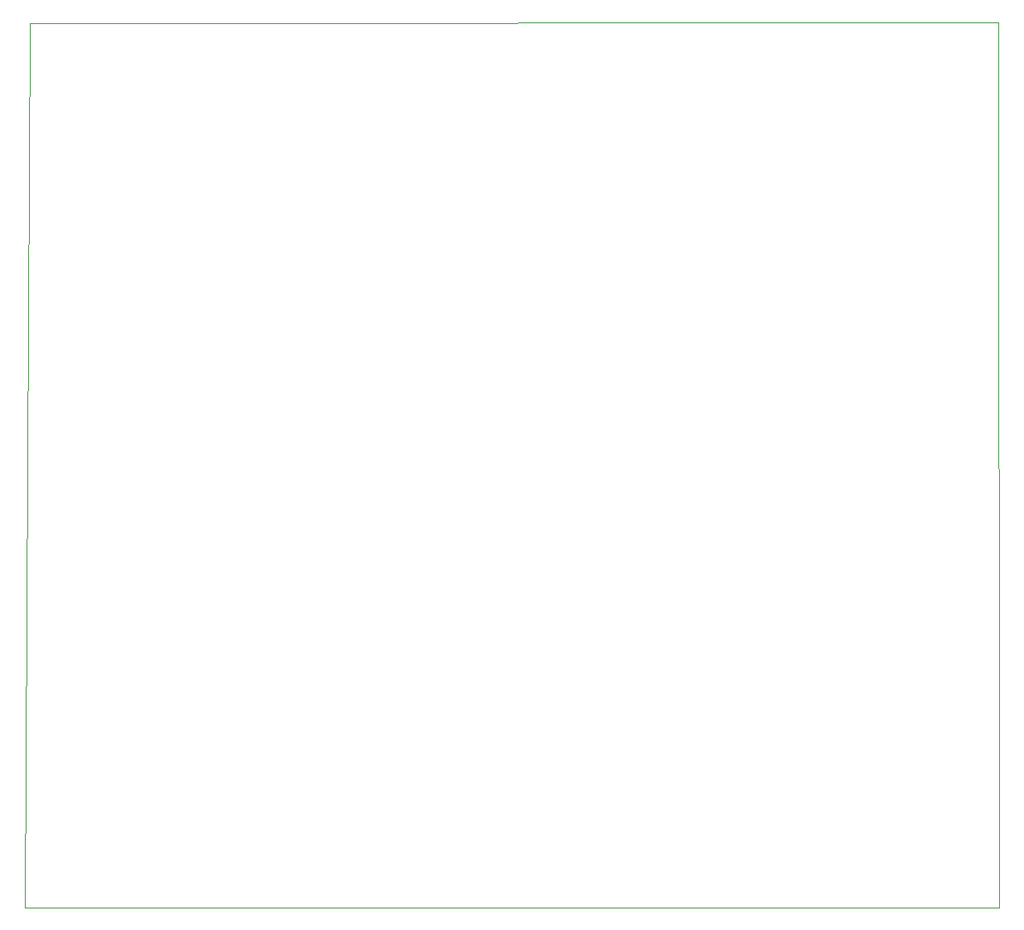
<source format=gbr>
%TF.GenerationSoftware,KiCad,Pcbnew,7.0.1-0*%
%TF.CreationDate,2023-04-13T21:56:56+02:00*%
%TF.ProjectId,Main,4d61696e-2e6b-4696-9361-645f70636258,V01*%
%TF.SameCoordinates,Original*%
%TF.FileFunction,Profile,NP*%
%FSLAX46Y46*%
G04 Gerber Fmt 4.6, Leading zero omitted, Abs format (unit mm)*
G04 Created by KiCad (PCBNEW 7.0.1-0) date 2023-04-13 21:56:56*
%MOMM*%
%LPD*%
G01*
G04 APERTURE LIST*
%TA.AperFunction,Profile*%
%ADD10C,0.050000*%
%TD*%
G04 APERTURE END LIST*
D10*
X93573600Y-45034200D02*
X192430400Y-44932600D01*
X93014800Y-135382000D02*
X93573600Y-45034200D01*
X192430400Y-44932600D02*
X192532000Y-135382000D01*
X192532000Y-135382000D02*
X93014800Y-135382000D01*
M02*

</source>
